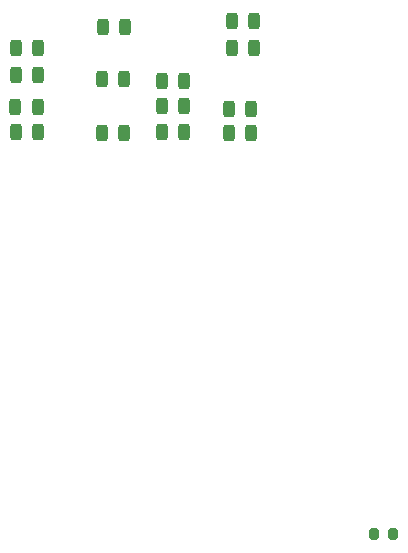
<source format=gbp>
%TF.GenerationSoftware,KiCad,Pcbnew,(6.0.7)*%
%TF.CreationDate,2022-10-12T02:09:26-03:00*%
%TF.ProjectId,uEFI_rev3,75454649-5f72-4657-9633-2e6b69636164,v3.0*%
%TF.SameCoordinates,Original*%
%TF.FileFunction,Paste,Bot*%
%TF.FilePolarity,Positive*%
%FSLAX46Y46*%
G04 Gerber Fmt 4.6, Leading zero omitted, Abs format (unit mm)*
G04 Created by KiCad (PCBNEW (6.0.7)) date 2022-10-12 02:09:26*
%MOMM*%
%LPD*%
G01*
G04 APERTURE LIST*
G04 Aperture macros list*
%AMRoundRect*
0 Rectangle with rounded corners*
0 $1 Rounding radius*
0 $2 $3 $4 $5 $6 $7 $8 $9 X,Y pos of 4 corners*
0 Add a 4 corners polygon primitive as box body*
4,1,4,$2,$3,$4,$5,$6,$7,$8,$9,$2,$3,0*
0 Add four circle primitives for the rounded corners*
1,1,$1+$1,$2,$3*
1,1,$1+$1,$4,$5*
1,1,$1+$1,$6,$7*
1,1,$1+$1,$8,$9*
0 Add four rect primitives between the rounded corners*
20,1,$1+$1,$2,$3,$4,$5,0*
20,1,$1+$1,$4,$5,$6,$7,0*
20,1,$1+$1,$6,$7,$8,$9,0*
20,1,$1+$1,$8,$9,$2,$3,0*%
G04 Aperture macros list end*
%ADD10RoundRect,0.243750X0.243750X0.456250X-0.243750X0.456250X-0.243750X-0.456250X0.243750X-0.456250X0*%
%ADD11RoundRect,0.200000X0.200000X0.275000X-0.200000X0.275000X-0.200000X-0.275000X0.200000X-0.275000X0*%
G04 APERTURE END LIST*
D10*
%TO.C,F14*%
X126362700Y-56946800D03*
X124487700Y-56946800D03*
%TD*%
%TO.C,F12*%
X126413500Y-48006000D03*
X124538500Y-48006000D03*
%TD*%
%TO.C,F1*%
X119045200Y-54737000D03*
X117170200Y-54737000D03*
%TD*%
%TO.C,F7*%
X131442700Y-54711600D03*
X129567700Y-54711600D03*
%TD*%
D11*
%TO.C,R18*%
X149161000Y-90932000D03*
X147511000Y-90932000D03*
%TD*%
D10*
%TO.C,F3*%
X119047500Y-56896000D03*
X117172500Y-56896000D03*
%TD*%
%TO.C,F11*%
X137132300Y-56946800D03*
X135257300Y-56946800D03*
%TD*%
%TO.C,F8*%
X131442700Y-52578000D03*
X129567700Y-52578000D03*
%TD*%
%TO.C,F10*%
X137132300Y-54914800D03*
X135257300Y-54914800D03*
%TD*%
%TO.C,F4*%
X137335500Y-49784000D03*
X135460500Y-49784000D03*
%TD*%
%TO.C,F5*%
X131442700Y-56896000D03*
X129567700Y-56896000D03*
%TD*%
%TO.C,F6*%
X119047500Y-49784000D03*
X117172500Y-49784000D03*
%TD*%
%TO.C,F9*%
X119047500Y-52070000D03*
X117172500Y-52070000D03*
%TD*%
%TO.C,F13*%
X126362700Y-52425600D03*
X124487700Y-52425600D03*
%TD*%
%TO.C,F2*%
X137335500Y-47498000D03*
X135460500Y-47498000D03*
%TD*%
M02*

</source>
